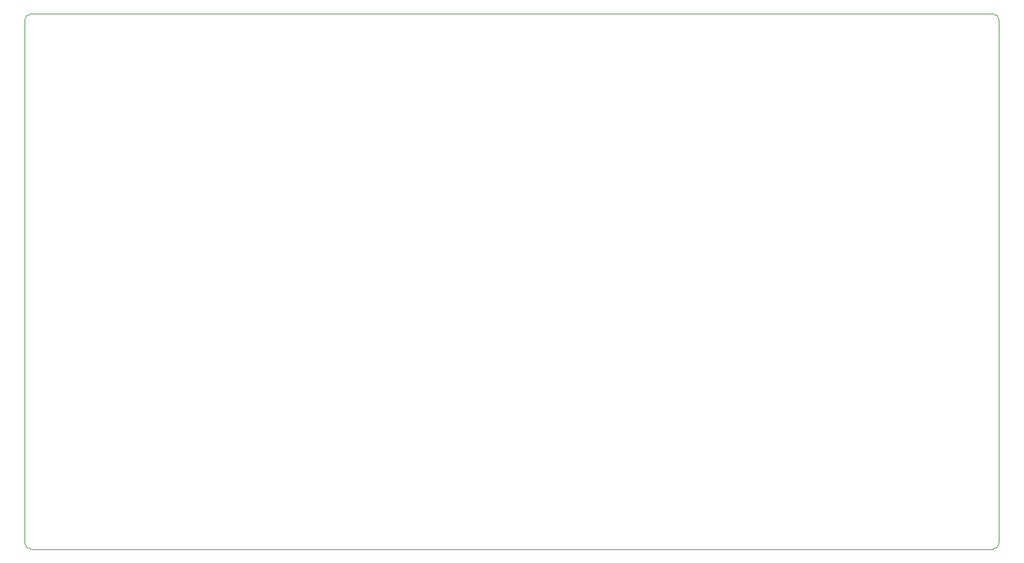
<source format=gbr>
%TF.GenerationSoftware,KiCad,Pcbnew,8.0.0*%
%TF.CreationDate,2024-04-26T21:37:08-04:00*%
%TF.ProjectId,Main board,4d61696e-2062-46f6-9172-642e6b696361,rev?*%
%TF.SameCoordinates,Original*%
%TF.FileFunction,Profile,NP*%
%FSLAX46Y46*%
G04 Gerber Fmt 4.6, Leading zero omitted, Abs format (unit mm)*
G04 Created by KiCad (PCBNEW 8.0.0) date 2024-04-26 21:37:08*
%MOMM*%
%LPD*%
G01*
G04 APERTURE LIST*
%TA.AperFunction,Profile*%
%ADD10C,0.100000*%
%TD*%
G04 APERTURE END LIST*
D10*
X178100001Y-53699999D02*
X178100001Y-118600001D01*
X57099999Y-53699999D02*
G75*
G02*
X57899999Y-52899999I800001J-1D01*
G01*
X57100000Y-118600000D02*
X57099999Y-53699999D01*
X57899999Y-52899999D02*
X177300001Y-52899999D01*
X57900000Y-119400000D02*
G75*
G02*
X57100000Y-118600000I0J800000D01*
G01*
X177300001Y-52899999D02*
G75*
G02*
X178100001Y-53699999I-1J-800001D01*
G01*
X178100001Y-118600001D02*
G75*
G02*
X177300001Y-119400001I-800001J1D01*
G01*
X177300001Y-119400001D02*
X57900000Y-119400000D01*
M02*

</source>
